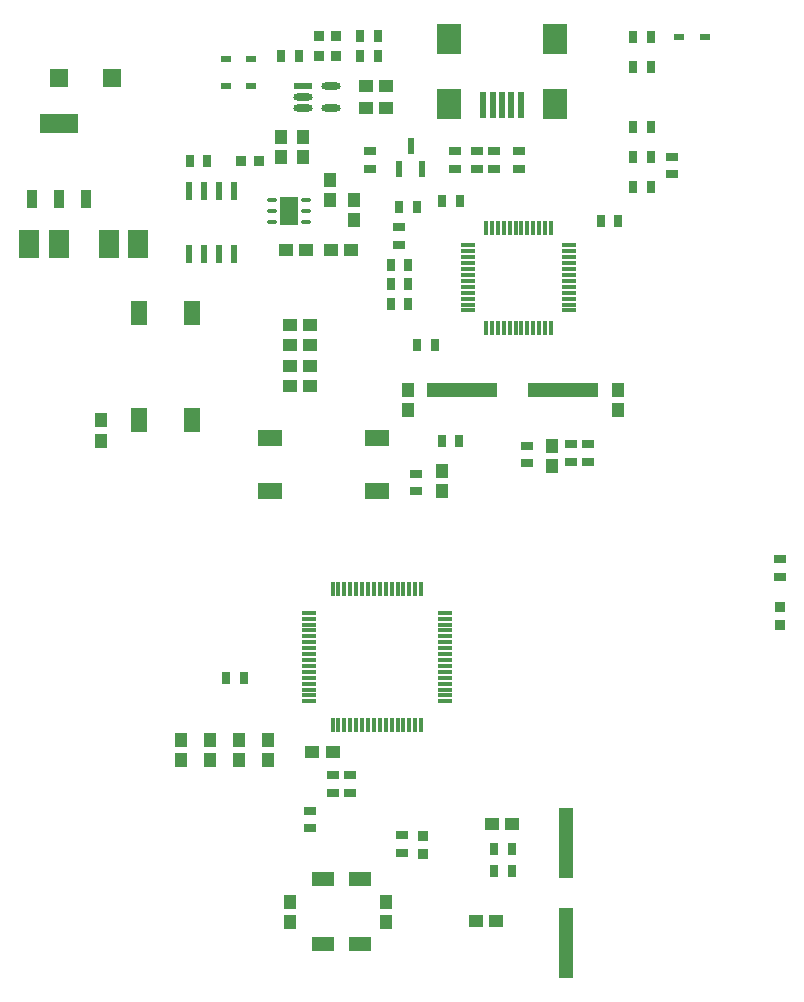
<source format=gtp>
G04*
G04 #@! TF.GenerationSoftware,Altium Limited,Altium Designer,24.4.1 (13)*
G04*
G04 Layer_Color=8421504*
%FSAX44Y44*%
%MOMM*%
G71*
G04*
G04 #@! TF.SameCoordinates,09090911-0CFD-4792-A0CC-E2C5D1EC5460*
G04*
G04*
G04 #@! TF.FilePolarity,Positive*
G04*
G01*
G75*
%ADD17R,1.1938X0.3048*%
%ADD18R,0.3048X1.1938*%
G04:AMPARAMS|DCode=19|XSize=1.6383mm|YSize=0.6121mm|CornerRadius=0.3061mm|HoleSize=0mm|Usage=FLASHONLY|Rotation=0.000|XOffset=0mm|YOffset=0mm|HoleType=Round|Shape=RoundedRectangle|*
%AMROUNDEDRECTD19*
21,1,1.6383,0.0000,0,0,0.0*
21,1,1.0261,0.6121,0,0,0.0*
1,1,0.6121,0.5131,0.0000*
1,1,0.6121,-0.5131,0.0000*
1,1,0.6121,-0.5131,0.0000*
1,1,0.6121,0.5131,0.0000*
%
%ADD19ROUNDEDRECTD19*%
%ADD20R,1.6383X0.6121*%
%ADD21R,0.7500X1.0000*%
%ADD22R,0.8128X0.8128*%
%ADD23R,1.2500X1.1000*%
%ADD24R,2.0000X2.5000*%
%ADD25R,0.5000X2.3000*%
%ADD26R,1.0000X0.7500*%
%ADD27R,0.5588X1.4224*%
%ADD28R,5.9182X1.2954*%
%ADD29R,0.8600X0.5400*%
%ADD30R,1.1000X1.2500*%
%ADD31O,0.8000X0.4000*%
%ADD32R,1.6500X2.4000*%
%ADD33R,1.9000X1.3000*%
%ADD34R,0.9398X0.8636*%
%ADD35R,1.2954X5.9182*%
%ADD36R,0.8128X0.8128*%
%ADD37R,2.1082X1.3970*%
%ADD38R,0.5588X1.5494*%
%ADD39R,1.3970X2.1082*%
%ADD40R,1.7383X2.4130*%
%ADD41R,0.9144X1.6002*%
%ADD42R,1.4986X1.6002*%
G36*
X00096626Y00723072D02*
Y00739073D01*
X00064622D01*
Y00723072D01*
X00096626D01*
D02*
G37*
D17*
X00292500Y00241500D02*
D03*
Y00246500D02*
D03*
Y00251500D02*
D03*
Y00256500D02*
D03*
Y00261500D02*
D03*
Y00266500D02*
D03*
Y00271500D02*
D03*
Y00276500D02*
D03*
Y00281500D02*
D03*
Y00286500D02*
D03*
Y00291500D02*
D03*
Y00296500D02*
D03*
Y00301500D02*
D03*
Y00306500D02*
D03*
Y00311500D02*
D03*
Y00316500D02*
D03*
X00407500D02*
D03*
Y00311500D02*
D03*
Y00306500D02*
D03*
Y00301500D02*
D03*
Y00296500D02*
D03*
Y00291500D02*
D03*
Y00286500D02*
D03*
Y00281500D02*
D03*
Y00276500D02*
D03*
Y00271500D02*
D03*
Y00266500D02*
D03*
Y00261500D02*
D03*
Y00256500D02*
D03*
Y00251500D02*
D03*
Y00246500D02*
D03*
Y00241500D02*
D03*
X00427459Y00572500D02*
D03*
Y00577500D02*
D03*
Y00582500D02*
D03*
Y00587500D02*
D03*
Y00592500D02*
D03*
Y00597500D02*
D03*
Y00602500D02*
D03*
Y00607500D02*
D03*
Y00612500D02*
D03*
Y00617500D02*
D03*
Y00622500D02*
D03*
Y00627500D02*
D03*
X00512459D02*
D03*
Y00622500D02*
D03*
Y00617500D02*
D03*
Y00612500D02*
D03*
Y00607500D02*
D03*
Y00602500D02*
D03*
Y00597500D02*
D03*
Y00592500D02*
D03*
Y00587500D02*
D03*
Y00582500D02*
D03*
Y00577500D02*
D03*
Y00572500D02*
D03*
D18*
X00312500Y00336500D02*
D03*
X00317500D02*
D03*
X00322500D02*
D03*
X00327500D02*
D03*
X00332500D02*
D03*
X00337500D02*
D03*
X00342500D02*
D03*
X00347500D02*
D03*
X00352500D02*
D03*
X00357500D02*
D03*
X00362500D02*
D03*
X00367500D02*
D03*
X00372500D02*
D03*
X00377500D02*
D03*
X00382500D02*
D03*
X00387500D02*
D03*
Y00221500D02*
D03*
X00382500D02*
D03*
X00377500D02*
D03*
X00372500D02*
D03*
X00367500D02*
D03*
X00362500D02*
D03*
X00357500D02*
D03*
X00352500D02*
D03*
X00347500D02*
D03*
X00342500D02*
D03*
X00337500D02*
D03*
X00332500D02*
D03*
X00327500D02*
D03*
X00322500D02*
D03*
X00317500D02*
D03*
X00312500D02*
D03*
X00442459Y00642500D02*
D03*
X00447459D02*
D03*
X00452459D02*
D03*
X00457459D02*
D03*
X00462459D02*
D03*
X00467459D02*
D03*
X00472459D02*
D03*
X00477459D02*
D03*
X00482459D02*
D03*
X00487459D02*
D03*
X00492459D02*
D03*
X00497459D02*
D03*
Y00557500D02*
D03*
X00492459D02*
D03*
X00487459D02*
D03*
X00482459D02*
D03*
X00477459D02*
D03*
X00472459D02*
D03*
X00467459D02*
D03*
X00462459D02*
D03*
X00457459D02*
D03*
X00452459D02*
D03*
X00447459D02*
D03*
X00442459D02*
D03*
D19*
X00311151Y00762679D02*
D03*
Y00743680D02*
D03*
X00287827D02*
D03*
Y00753180D02*
D03*
D20*
Y00762679D02*
D03*
D21*
X00283853Y00788028D02*
D03*
X00268853D02*
D03*
X00351100Y00804480D02*
D03*
X00336100D02*
D03*
X00351100Y00788028D02*
D03*
X00336100D02*
D03*
X00405544Y00665280D02*
D03*
X00420545D02*
D03*
X00361657Y00594467D02*
D03*
X00376657D02*
D03*
Y00611305D02*
D03*
X00361657D02*
D03*
Y00577630D02*
D03*
X00376657D02*
D03*
X00384157Y00659739D02*
D03*
X00369157D02*
D03*
X00384008Y00543247D02*
D03*
X00399008D02*
D03*
X00419890Y00461622D02*
D03*
X00404890D02*
D03*
X00539359Y00648469D02*
D03*
X00554359D02*
D03*
X00582124Y00677410D02*
D03*
X00567124D02*
D03*
X00582124Y00702810D02*
D03*
X00567124D02*
D03*
X00582124Y00728210D02*
D03*
X00567124D02*
D03*
X00582124Y00804410D02*
D03*
X00567124D02*
D03*
X00582124Y00779010D02*
D03*
X00567124D02*
D03*
X00464365Y00097950D02*
D03*
X00449365D02*
D03*
X00464360Y00116088D02*
D03*
X00449360D02*
D03*
X00222500Y00261500D02*
D03*
X00237500D02*
D03*
X00206492Y00699069D02*
D03*
X00191492D02*
D03*
D22*
X00315791Y00804480D02*
D03*
X00300791D02*
D03*
Y00788028D02*
D03*
X00315791D02*
D03*
X00250299Y00699069D02*
D03*
X00235298D02*
D03*
D23*
X00357990Y00762679D02*
D03*
X00340990D02*
D03*
X00357990Y00743680D02*
D03*
X00340990D02*
D03*
X00290374Y00624068D02*
D03*
X00273374D02*
D03*
X00311250D02*
D03*
X00328250D02*
D03*
X00295500Y00198414D02*
D03*
X00312500D02*
D03*
X00464360Y00137807D02*
D03*
X00447360D02*
D03*
X00450792Y00055231D02*
D03*
X00433792D02*
D03*
X00276132Y00560319D02*
D03*
X00293132D02*
D03*
X00276132Y00543009D02*
D03*
X00293132D02*
D03*
X00276132Y00525700D02*
D03*
X00293132D02*
D03*
X00276132Y00508390D02*
D03*
X00293132D02*
D03*
D24*
X00411460Y00747500D02*
D03*
X00500460D02*
D03*
Y00802500D02*
D03*
X00411460D02*
D03*
D25*
X00471960Y00746500D02*
D03*
X00463960D02*
D03*
X00455960D02*
D03*
X00447960D02*
D03*
X00439960D02*
D03*
D26*
X00470460Y00692500D02*
D03*
Y00707500D02*
D03*
X00449460Y00692500D02*
D03*
Y00707500D02*
D03*
X00434531Y00692500D02*
D03*
Y00707500D02*
D03*
X00416101D02*
D03*
Y00692500D02*
D03*
X00369157Y00642738D02*
D03*
Y00627738D02*
D03*
X00344490Y00692500D02*
D03*
Y00707500D02*
D03*
X00528870Y00444170D02*
D03*
Y00459170D02*
D03*
X00514110Y00444170D02*
D03*
Y00459170D02*
D03*
X00477460Y00457924D02*
D03*
Y00442923D02*
D03*
X00383297Y00419290D02*
D03*
Y00434290D02*
D03*
X00600000Y00687805D02*
D03*
Y00702805D02*
D03*
X00327500Y00179092D02*
D03*
Y00164092D02*
D03*
X00312500Y00179092D02*
D03*
Y00164092D02*
D03*
X00293501Y00149060D02*
D03*
Y00134060D02*
D03*
X00691001Y00347160D02*
D03*
Y00362160D02*
D03*
X00371292Y00128381D02*
D03*
Y00113381D02*
D03*
D27*
X00378682Y00711804D02*
D03*
X00388207Y00692500D02*
D03*
X00369157D02*
D03*
D28*
X00422415Y00505301D02*
D03*
X00507505D02*
D03*
D29*
X00222328Y00762680D02*
D03*
X00243728D02*
D03*
Y00785023D02*
D03*
X00222328D02*
D03*
X00606004Y00804409D02*
D03*
X00627404D02*
D03*
D30*
X00269000Y00702280D02*
D03*
Y00719280D02*
D03*
X00287827Y00702278D02*
D03*
Y00719278D02*
D03*
X00330624Y00665989D02*
D03*
Y00648988D02*
D03*
X00310624Y00665989D02*
D03*
Y00682988D02*
D03*
X00498372Y00457920D02*
D03*
Y00440920D02*
D03*
X00376075Y00488301D02*
D03*
Y00505301D02*
D03*
X00404892Y00436289D02*
D03*
Y00419290D02*
D03*
X00553850Y00488300D02*
D03*
Y00505300D02*
D03*
X00257419Y00191789D02*
D03*
Y00208789D02*
D03*
X00232900Y00191789D02*
D03*
Y00208789D02*
D03*
X00208382Y00191789D02*
D03*
Y00208789D02*
D03*
X00183864Y00191789D02*
D03*
Y00208789D02*
D03*
X00276828Y00054928D02*
D03*
Y00071928D02*
D03*
X00357652Y00054928D02*
D03*
Y00071928D02*
D03*
X00116387Y00462341D02*
D03*
Y00479340D02*
D03*
D31*
X00260870Y00665990D02*
D03*
Y00656490D02*
D03*
Y00646990D02*
D03*
X00290370D02*
D03*
Y00656490D02*
D03*
Y00665990D02*
D03*
D32*
X00275620Y00656490D02*
D03*
D33*
X00336000Y00090928D02*
D03*
X00304000D02*
D03*
X00336000Y00035928D02*
D03*
X00304000D02*
D03*
D34*
X00388793Y00111880D02*
D03*
Y00127881D02*
D03*
D35*
X00509805Y00036752D02*
D03*
Y00121842D02*
D03*
D36*
X00691001Y00321520D02*
D03*
Y00306520D02*
D03*
D37*
X00350479Y00464289D02*
D03*
Y00419290D02*
D03*
X00259479D02*
D03*
Y00464289D02*
D03*
D38*
X00191039Y00620075D02*
D03*
X00203739D02*
D03*
X00216439D02*
D03*
X00229139D02*
D03*
Y00673669D02*
D03*
X00216439D02*
D03*
X00203739D02*
D03*
X00191039D02*
D03*
D39*
X00193844Y00479342D02*
D03*
X00148844D02*
D03*
Y00570342D02*
D03*
X00193844D02*
D03*
D40*
X00055843Y00629069D02*
D03*
X00080624D02*
D03*
X00123233D02*
D03*
X00148015D02*
D03*
D41*
X00103624Y00667065D02*
D03*
X00080624D02*
D03*
X00057624D02*
D03*
D42*
X00125328Y00769068D02*
D03*
X00080624D02*
D03*
M02*

</source>
